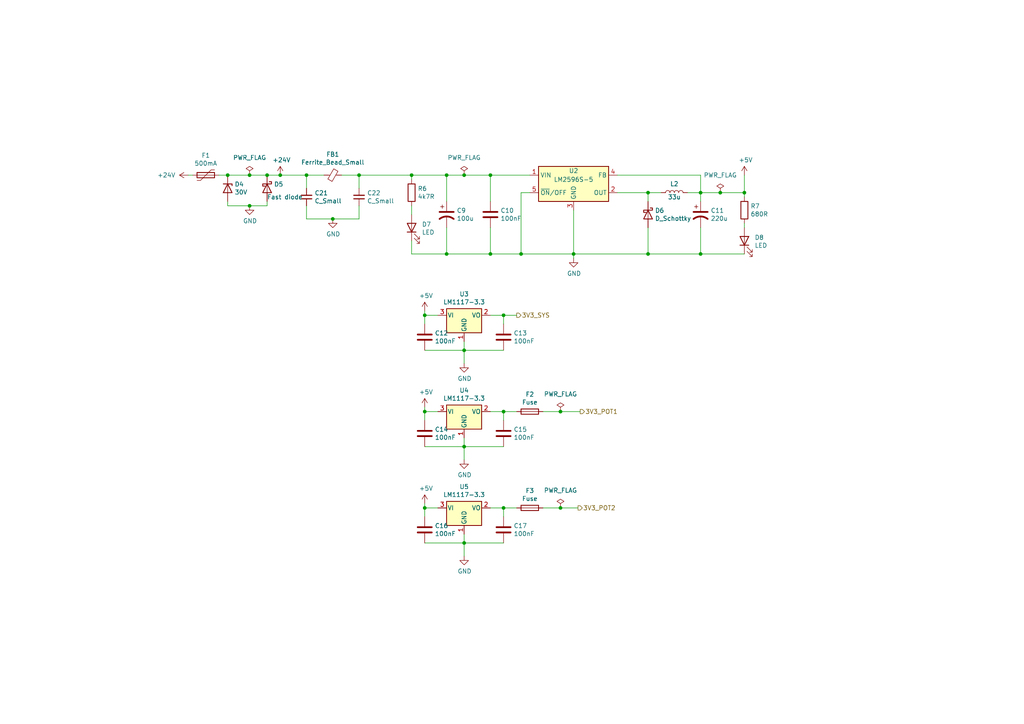
<source format=kicad_sch>
(kicad_sch (version 20211123) (generator eeschema)
  (paper "A4")
  (lib_symbols
    (symbol "Device:C" (pin_numbers hide) (pin_names (offset 0.254))
      (property "Reference" "C" (at 0.635 2.54 0))
      (property "Value" "C" (at 0.635 -2.54 0))
      (symbol "C_0_1"
        (polyline (pts (xy -2.032 -0.762) (xy 2.032 -0.762)) (stroke (width 0.508)))
        (polyline (pts (xy -2.032 0.762) (xy 2.032 0.762)) (stroke (width 0.508)))
      )
      (symbol "C_1_1"
        (pin passive line (at 0 3.81 270) (length 2.794) (name "~") (number "1"))
        (pin passive line (at 0 -3.81 90) (length 2.794) (name "~") (number "2"))
      )
    )
    (symbol "Device:CP1" (pin_numbers hide) (pin_names (offset 0.254) hide)
      (property "Reference" "C" (at 0.635 2.54 0))
      (property "Value" "Device_CP1" (at 0.635 -2.54 0))
      (symbol "CP1_0_1"
        (polyline (pts (xy -2.032 0.762) (xy 2.032 0.762)) (stroke (width 0.508)))
        (polyline (pts (xy -1.778 2.286) (xy -0.762 2.286)))
        (polyline (pts (xy -1.27 1.778) (xy -1.27 2.794)))
        (arc (start 2.032 -1.27) (mid 0 -0.5572) (end -2.032 -1.27) (stroke (width 0.508)))
      )
      (symbol "CP1_1_1"
        (pin passive line (at 0 3.81 270) (length 2.794) (name "~") (number "1"))
        (pin passive line (at 0 -3.81 90) (length 3.302) (name "~") (number "2"))
      )
    )
    (symbol "Device:C_Small" (pin_numbers hide) (pin_names (offset 0.254) hide)
      (property "Reference" "C" (at 0.254 1.778 0))
      (property "Value" "C_Small" (at 0.254 -2.032 0))
      (symbol "C_Small_0_1"
        (polyline (pts (xy -1.524 -0.508) (xy 1.524 -0.508)) (stroke (width 0.3302)))
        (polyline (pts (xy -1.524 0.508) (xy 1.524 0.508)) (stroke (width 0.3048)))
      )
      (symbol "C_Small_1_1"
        (pin passive line (at 0 2.54 270) (length 2.032) (name "~") (number "1"))
        (pin passive line (at 0 -2.54 90) (length 2.032) (name "~") (number "2"))
      )
    )
    (symbol "Device:D_Schottky" (pin_numbers hide) (pin_names (offset 1.016) hide)
      (property "Reference" "D" (at 0 2.54 0))
      (property "Value" "D_Schottky" (at 0 -2.54 0))
      (symbol "D_Schottky_0_1"
        (polyline (pts (xy 1.27 0) (xy -1.27 0)))
        (polyline (pts (xy 1.27 1.27) (xy 1.27 -1.27) (xy -1.27 0) (xy 1.27 1.27)) (stroke (width 0.254)))
        (polyline (pts (xy -1.905 0.635) (xy -1.905 1.27) (xy -1.27 1.27) (xy -1.27 -1.27) (xy -0.635 -1.27) (xy -0.635 -0.635)) (stroke (width 0.254)))
      )
      (symbol "D_Schottky_1_1"
        (pin passive line (at -3.81 0 0) (length 2.54) (name "K") (number "1"))
        (pin passive line (at 3.81 0 180) (length 2.54) (name "A") (number "2"))
      )
    )
    (symbol "Device:D_Zener" (pin_numbers hide) (pin_names (offset 1.016) hide)
      (property "Reference" "D" (at 0 2.54 0))
      (property "Value" "D_Zener" (at 0 -2.54 0))
      (symbol "D_Zener_0_1"
        (polyline (pts (xy 1.27 0) (xy -1.27 0)))
        (polyline (pts (xy -1.27 -1.27) (xy -1.27 1.27) (xy -0.762 1.27)) (stroke (width 0.254)))
        (polyline (pts (xy 1.27 -1.27) (xy 1.27 1.27) (xy -1.27 0) (xy 1.27 -1.27)) (stroke (width 0.254)))
      )
      (symbol "D_Zener_1_1"
        (pin passive line (at -3.81 0 0) (length 2.54) (name "K") (number "1"))
        (pin passive line (at 3.81 0 180) (length 2.54) (name "A") (number "2"))
      )
    )
    (symbol "Device:Ferrite_Bead_Small" (pin_numbers hide) (pin_names (offset 0))
      (property "Reference" "FB" (at 1.905 1.27 0))
      (property "Value" "Device_Ferrite_Bead_Small" (at 1.905 -1.27 0))
      (symbol "Ferrite_Bead_Small_0_1"
        (polyline (pts (xy 0 -1.27) (xy 0 -0.7874)))
        (polyline (pts (xy 0 0.889) (xy 0 1.2954)))
        (polyline (pts (xy -1.8288 0.2794) (xy -1.1176 1.4986) (xy 1.8288 -0.2032) (xy 1.1176 -1.4224) (xy -1.8288 0.2794)))
      )
      (symbol "Ferrite_Bead_Small_1_1"
        (pin passive line (at 0 2.54 270) (length 1.27) (name "~") (number "1"))
        (pin passive line (at 0 -2.54 90) (length 1.27) (name "~") (number "2"))
      )
    )
    (symbol "Device:Fuse" (pin_numbers hide) (pin_names (offset 0))
      (property "Reference" "F" (at 2.032 0 90))
      (property "Value" "Fuse" (at -1.905 0 90))
      (symbol "Fuse_0_1"
        (rectangle (start -0.762 -2.54) (end 0.762 2.54) (stroke (width 0.254)))
        (polyline (pts (xy 0 2.54) (xy 0 -2.54)))
      )
      (symbol "Fuse_1_1"
        (pin passive line (at 0 3.81 270) (length 1.27) (name "~") (number "1"))
        (pin passive line (at 0 -3.81 90) (length 1.27) (name "~") (number "2"))
      )
    )
    (symbol "Device:L" (pin_numbers hide) (pin_names (offset 1.016) hide)
      (property "Reference" "L" (at -1.27 0 90))
      (property "Value" "L" (at 1.905 0 90))
      (symbol "L_0_1"
        (arc (start 0 -2.54) (mid 0.635 -1.905) (end 0 -1.27))
        (arc (start 0 -1.27) (mid 0.635 -0.635) (end 0 0))
        (arc (start 0 0) (mid 0.635 0.635) (end 0 1.27))
        (arc (start 0 1.27) (mid 0.635 1.905) (end 0 2.54))
      )
      (symbol "L_1_1"
        (pin passive line (at 0 3.81 270) (length 1.27) (name "1") (number "1"))
        (pin passive line (at 0 -3.81 90) (length 1.27) (name "2") (number "2"))
      )
    )
    (symbol "Device:LED" (pin_numbers hide) (pin_names (offset 1.016) hide)
      (property "Reference" "D" (at 0 2.54 0))
      (property "Value" "LED" (at 0 -2.54 0))
      (symbol "LED_0_1"
        (polyline (pts (xy -1.27 -1.27) (xy -1.27 1.27)) (stroke (width 0.254)))
        (polyline (pts (xy -1.27 0) (xy 1.27 0)))
        (polyline (pts (xy 1.27 -1.27) (xy 1.27 1.27) (xy -1.27 0) (xy 1.27 -1.27)) (stroke (width 0.254)))
        (polyline (pts (xy -3.048 -0.762) (xy -4.572 -2.286) (xy -3.81 -2.286) (xy -4.572 -2.286) (xy -4.572 -1.524)))
        (polyline (pts (xy -1.778 -0.762) (xy -3.302 -2.286) (xy -2.54 -2.286) (xy -3.302 -2.286) (xy -3.302 -1.524)))
      )
      (symbol "LED_1_1"
        (pin passive line (at -3.81 0 0) (length 2.54) (name "K") (number "1"))
        (pin passive line (at 3.81 0 180) (length 2.54) (name "A") (number "2"))
      )
    )
    (symbol "Device:Polyfuse" (pin_numbers hide) (pin_names (offset 0))
      (property "Reference" "F" (at -2.54 0 90))
      (property "Value" "Polyfuse" (at 2.54 0 90))
      (symbol "Polyfuse_0_1"
        (rectangle (start -0.762 2.54) (end 0.762 -2.54) (stroke (width 0.254)))
        (polyline (pts (xy 0 2.54) (xy 0 -2.54)))
        (polyline (pts (xy -1.524 2.54) (xy -1.524 1.524) (xy 1.524 -1.524) (xy 1.524 -2.54)))
      )
      (symbol "Polyfuse_1_1"
        (pin passive line (at 0 3.81 270) (length 1.27) (name "~") (number "1"))
        (pin passive line (at 0 -3.81 90) (length 1.27) (name "~") (number "2"))
      )
    )
    (symbol "Device:R" (pin_numbers hide) (pin_names (offset 0))
      (property "Reference" "R" (at 2.032 0 90))
      (property "Value" "R" (at 0 0 90))
      (symbol "R_0_1"
        (rectangle (start -1.016 -2.54) (end 1.016 2.54) (stroke (width 0.254)))
      )
      (symbol "R_1_1"
        (pin passive line (at 0 3.81 270) (length 1.27) (name "~") (number "1"))
        (pin passive line (at 0 -3.81 90) (length 1.27) (name "~") (number "2"))
      )
    )
    (symbol "Regulator_Linear:LM1117-3.3" (pin_names (offset 0.254))
      (property "Reference" "U" (at -3.81 3.175 0))
      (property "Value" "LM1117-3.3" (at 0 3.175 0))
      (symbol "LM1117-3.3_0_1"
        (rectangle (start -5.08 -5.08) (end 5.08 1.905) (stroke (width 0.254)) (fill (type background)))
      )
      (symbol "LM1117-3.3_1_1"
        (pin power_in line (at 0 -7.62 90) (length 2.54) (name "GND") (number "1"))
        (pin power_out line (at 7.62 0 180) (length 2.54) (name "VO") (number "2"))
        (pin power_in line (at -7.62 0 0) (length 2.54) (name "VI") (number "3"))
      )
    )
    (symbol "Regulator_Switching:LM2596S-5"
      (property "Reference" "U" (at -10.16 6.35 0))
      (property "Value" "LM2596S-5" (at 0 6.35 0))
      (symbol "LM2596S-5_0_1"
        (rectangle (start -10.16 5.08) (end 10.16 -5.08) (stroke (width 0.254)) (fill (type background)))
      )
      (symbol "LM2596S-5_1_1"
        (pin power_in line (at -12.7 2.54 0) (length 2.54) (name "VIN") (number "1"))
        (pin output line (at 12.7 -2.54 180) (length 2.54) (name "OUT") (number "2"))
        (pin power_in line (at 0 -7.62 90) (length 2.54) (name "GND") (number "3"))
        (pin input line (at 12.7 2.54 180) (length 2.54) (name "FB") (number "4"))
        (pin input line (at -12.7 -2.54 0) (length 2.54) (name "~{ON}/OFF") (number "5"))
      )
    )
    (symbol "power:+24V" (power) (pin_names (offset 0))
      (property "Value" "+24V" (at 0 3.556 0))
      (symbol "+24V_0_1"
        (polyline (pts (xy -0.762 1.27) (xy 0 2.54)))
        (polyline (pts (xy 0 0) (xy 0 2.54)))
        (polyline (pts (xy 0 2.54) (xy 0.762 1.27)))
      )
      (symbol "+24V_1_1"
        (pin power_in line (at 0 0 90) (length 0) hide (name "+24V") (number "1"))
      )
    )
    (symbol "power:+5V" (power) (pin_names (offset 0))
      (property "Value" "+5V" (at 0 3.556 0))
      (symbol "+5V_0_1"
        (polyline (pts (xy -0.762 1.27) (xy 0 2.54)))
        (polyline (pts (xy 0 0) (xy 0 2.54)))
        (polyline (pts (xy 0 2.54) (xy 0.762 1.27)))
      )
      (symbol "+5V_1_1"
        (pin power_in line (at 0 0 90) (length 0) hide (name "+5V") (number "1"))
      )
    )
    (symbol "power:GND" (power) (pin_names (offset 0))
      (property "Value" "GND" (at 0 -3.81 0))
      (symbol "GND_0_1"
        (polyline (pts (xy 0 0) (xy 0 -1.27) (xy 1.27 -1.27) (xy 0 -2.54) (xy -1.27 -1.27) (xy 0 -1.27)))
      )
      (symbol "GND_1_1"
        (pin power_in line (at 0 0 270) (length 0) hide (name "GND") (number "1"))
      )
    )
    (symbol "power:PWR_FLAG" (power) (pin_numbers hide) (pin_names (offset 0) hide)
      (property "Value" "PWR_FLAG" (at 0 3.81 0))
      (symbol "PWR_FLAG_0_0"
        (pin power_out line (at 0 0 90) (length 0) (name "pwr") (number "1"))
      )
      (symbol "PWR_FLAG_0_1"
        (polyline (pts (xy 0 0) (xy 0 1.27) (xy -1.016 1.905) (xy 0 2.54) (xy 1.016 1.905) (xy 0 1.27)))
      )
    )
  )
  (junction (at 123.19 119.38))
  (junction (at 88.9 50.8))
  (junction (at 162.56 147.32))
  (junction (at 134.62 101.6))
  (junction (at 123.19 91.44))
  (junction (at 203.2 55.88))
  (junction (at 96.52 63.5))
  (junction (at 142.24 50.8))
  (junction (at 146.05 147.32))
  (junction (at 146.05 119.38))
  (junction (at 134.62 50.8))
  (junction (at 66.04 50.8))
  (junction (at 142.24 73.66))
  (junction (at 134.62 157.48))
  (junction (at 187.96 55.88))
  (junction (at 72.39 50.8))
  (junction (at 151.13 73.66))
  (junction (at 146.05 91.44))
  (junction (at 162.56 119.38))
  (junction (at 203.2 73.66))
  (junction (at 81.28 50.8))
  (junction (at 77.47 50.8))
  (junction (at 134.62 129.54))
  (junction (at 129.54 50.8))
  (junction (at 129.54 73.66))
  (junction (at 72.39 59.69))
  (junction (at 104.14 50.8))
  (junction (at 123.19 147.32))
  (junction (at 119.38 50.8))
  (junction (at 166.37 73.66))
  (junction (at 208.915 55.88))
  (junction (at 187.96 73.66))
  (junction (at 215.9 55.88))
  (wire (pts (xy 134.62 154.94) (xy 134.62 157.48)))
  (wire (pts (xy 146.05 101.6) (xy 134.62 101.6)))
  (wire (pts (xy 88.9 63.5) (xy 96.52 63.5)))
  (wire (pts (xy 134.62 129.54) (xy 134.62 133.35)))
  (wire (pts (xy 149.86 119.38) (xy 146.05 119.38)))
  (wire (pts (xy 151.13 55.88) (xy 151.13 73.66)))
  (wire (pts (xy 123.19 147.32) (xy 123.19 149.86)))
  (wire (pts (xy 123.19 129.54) (xy 134.62 129.54)))
  (wire (pts (xy 129.54 50.8) (xy 129.54 58.42)))
  (wire (pts (xy 215.9 50.8) (xy 215.9 55.88)))
  (wire (pts (xy 162.56 119.38) (xy 168.275 119.38)))
  (wire (pts (xy 187.96 66.04) (xy 187.96 73.66)))
  (wire (pts (xy 166.37 73.66) (xy 187.96 73.66)))
  (wire (pts (xy 187.96 73.66) (xy 203.2 73.66)))
  (wire (pts (xy 66.04 59.69) (xy 72.39 59.69)))
  (wire (pts (xy 149.86 91.44) (xy 146.05 91.44)))
  (wire (pts (xy 127 147.32) (xy 123.19 147.32)))
  (wire (pts (xy 208.915 55.88) (xy 215.9 55.88)))
  (wire (pts (xy 72.39 50.8) (xy 77.47 50.8)))
  (wire (pts (xy 66.04 59.69) (xy 66.04 58.42)))
  (wire (pts (xy 215.9 64.77) (xy 215.9 66.04)))
  (wire (pts (xy 88.9 54.61) (xy 88.9 50.8)))
  (wire (pts (xy 81.28 50.8) (xy 88.9 50.8)))
  (wire (pts (xy 134.62 127) (xy 134.62 129.54)))
  (wire (pts (xy 157.48 119.38) (xy 162.56 119.38)))
  (wire (pts (xy 88.9 59.69) (xy 88.9 63.5)))
  (wire (pts (xy 146.05 157.48) (xy 134.62 157.48)))
  (wire (pts (xy 77.47 50.8) (xy 81.28 50.8)))
  (wire (pts (xy 142.24 50.8) (xy 142.24 58.42)))
  (wire (pts (xy 127 91.44) (xy 123.19 91.44)))
  (wire (pts (xy 104.14 59.69) (xy 104.14 63.5)))
  (wire (pts (xy 123.19 146.05) (xy 123.19 147.32)))
  (wire (pts (xy 179.07 55.88) (xy 187.96 55.88)))
  (wire (pts (xy 187.96 55.88) (xy 187.96 58.42)))
  (wire (pts (xy 149.86 147.32) (xy 146.05 147.32)))
  (wire (pts (xy 123.19 157.48) (xy 134.62 157.48)))
  (wire (pts (xy 142.24 50.8) (xy 134.62 50.8)))
  (wire (pts (xy 215.9 55.88) (xy 215.9 57.15)))
  (wire (pts (xy 151.13 73.66) (xy 166.37 73.66)))
  (wire (pts (xy 63.5 50.8) (xy 66.04 50.8)))
  (wire (pts (xy 142.24 66.04) (xy 142.24 73.66)))
  (wire (pts (xy 166.37 60.96) (xy 166.37 73.66)))
  (wire (pts (xy 134.62 157.48) (xy 134.62 161.29)))
  (wire (pts (xy 119.38 59.69) (xy 119.38 62.23)))
  (wire (pts (xy 54.61 50.8) (xy 55.88 50.8)))
  (wire (pts (xy 142.24 147.32) (xy 146.05 147.32)))
  (wire (pts (xy 146.05 147.32) (xy 146.05 149.86)))
  (wire (pts (xy 104.14 50.8) (xy 119.38 50.8)))
  (wire (pts (xy 203.2 55.88) (xy 208.915 55.88)))
  (wire (pts (xy 203.2 55.88) (xy 199.39 55.88)))
  (wire (pts (xy 123.19 118.11) (xy 123.19 119.38)))
  (wire (pts (xy 134.62 101.6) (xy 134.62 105.41)))
  (wire (pts (xy 134.62 99.06) (xy 134.62 101.6)))
  (wire (pts (xy 142.24 91.44) (xy 146.05 91.44)))
  (wire (pts (xy 162.56 147.32) (xy 167.64 147.32)))
  (wire (pts (xy 129.54 73.66) (xy 142.24 73.66)))
  (wire (pts (xy 215.9 73.66) (xy 203.2 73.66)))
  (wire (pts (xy 96.52 63.5) (xy 104.14 63.5)))
  (wire (pts (xy 66.04 50.8) (xy 72.39 50.8)))
  (wire (pts (xy 123.19 101.6) (xy 134.62 101.6)))
  (wire (pts (xy 153.67 50.8) (xy 142.24 50.8)))
  (wire (pts (xy 203.2 55.88) (xy 203.2 58.42)))
  (wire (pts (xy 166.37 73.66) (xy 166.37 74.93)))
  (wire (pts (xy 142.24 73.66) (xy 151.13 73.66)))
  (wire (pts (xy 191.77 55.88) (xy 187.96 55.88)))
  (wire (pts (xy 99.06 50.8) (xy 104.14 50.8)))
  (wire (pts (xy 119.38 50.8) (xy 119.38 52.07)))
  (wire (pts (xy 179.07 50.8) (xy 203.2 50.8)))
  (wire (pts (xy 146.05 119.38) (xy 146.05 121.92)))
  (wire (pts (xy 104.14 54.61) (xy 104.14 50.8)))
  (wire (pts (xy 146.05 91.44) (xy 146.05 93.98)))
  (wire (pts (xy 134.62 50.8) (xy 129.54 50.8)))
  (wire (pts (xy 127 119.38) (xy 123.19 119.38)))
  (wire (pts (xy 119.38 69.85) (xy 119.38 73.66)))
  (wire (pts (xy 153.67 55.88) (xy 151.13 55.88)))
  (wire (pts (xy 203.2 73.66) (xy 203.2 66.04)))
  (wire (pts (xy 123.19 90.17) (xy 123.19 91.44)))
  (wire (pts (xy 203.2 50.8) (xy 203.2 55.88)))
  (wire (pts (xy 157.48 147.32) (xy 162.56 147.32)))
  (wire (pts (xy 123.19 119.38) (xy 123.19 121.92)))
  (wire (pts (xy 119.38 50.8) (xy 129.54 50.8)))
  (wire (pts (xy 77.47 58.42) (xy 77.47 59.69)))
  (wire (pts (xy 119.38 73.66) (xy 129.54 73.66)))
  (wire (pts (xy 146.05 129.54) (xy 134.62 129.54)))
  (wire (pts (xy 123.19 91.44) (xy 123.19 93.98)))
  (wire (pts (xy 72.39 59.69) (xy 77.47 59.69)))
  (wire (pts (xy 142.24 119.38) (xy 146.05 119.38)))
  (wire (pts (xy 129.54 66.04) (xy 129.54 73.66)))
  (wire (pts (xy 88.9 50.8) (xy 93.98 50.8)))
  (hierarchical_label "3V3_POT1" (shape output) (at 168.275 119.38 0))
  (hierarchical_label "3V3_POT2" (shape output) (at 167.64 147.32 0))
  (hierarchical_label "3V3_SYS" (shape output) (at 149.86 91.44 0))
  (symbol (lib_id "Regulator_Switching:LM2596S-5") (at 166.37 53.34 0) (unit 1)
    (property "Reference" "U2" (at 166.37 49.53 0))
    (property "Value" "LM2596S-5" (at 166.37 52.07 0))
    (property "Footprint" "Package_TO_SOT_SMD:TO-263-5_TabPin3" (effects hide))
    (property "Datasheet" "http://www.ti.com/lit/ds/symlink/lm2596.pdf" (effects hide))
  )
  (symbol (lib_id "power:+5V") (at 215.9 50.8 0) (unit 1)
    (property "Reference" "#PWR010" (effects hide))
    (property "Value" "+5V" (at 216.281 46.4058 0))
  )
  (symbol (lib_id "power:GND") (at 166.37 74.93 0) (unit 1)
    (property "Reference" "#PWR012" (effects hide))
    (property "Value" "GND" (at 166.497 79.3242 0))
  )
  (symbol (lib_id "power:GND") (at 134.62 105.41 0) (unit 1)
    (property "Reference" "#PWR014" (effects hide))
    (property "Value" "GND" (at 134.747 109.8042 0))
  )
  (symbol (lib_id "power:+5V") (at 123.19 90.17 0) (unit 1)
    (property "Reference" "#PWR013" (effects hide))
    (property "Value" "+5V" (at 123.571 85.7758 0))
  )
  (symbol (lib_id "Regulator_Linear:LM1117-3.3") (at 134.62 91.44 0) (unit 1)
    (property "Reference" "U3" (at 134.62 85.2932 0))
    (property "Value" "LM1117-3.3" (at 134.62 87.6046 0))
    (property "Footprint" "Package_TO_SOT_SMD:SOT-223-3_TabPin2" (effects hide))
    (property "Datasheet" "http://www.ti.com/lit/ds/symlink/lm1117.pdf" (effects hide))
  )
  (symbol (lib_id "Device:C") (at 146.05 97.79 0) (unit 1)
    (property "Reference" "C13" (at 148.971 96.6216 0) (effects (justify left)))
    (property "Value" "100nF" (at 148.971 98.933 0) (effects (justify left)))
    (property "Footprint" "Capacitor_SMD:C_0603_1608Metric_Pad1.08x0.95mm_HandSolder" (effects hide))
  )
  (symbol (lib_id "Device:C") (at 123.19 97.79 0) (unit 1)
    (property "Reference" "C12" (at 126.111 96.6216 0) (effects (justify left)))
    (property "Value" "100nF" (at 126.111 98.933 0) (effects (justify left)))
    (property "Footprint" "Capacitor_SMD:C_0603_1608Metric_Pad1.08x0.95mm_HandSolder" (effects hide))
  )
  (symbol (lib_id "Device:C") (at 142.24 62.23 0) (unit 1)
    (property "Reference" "C10" (at 145.161 61.0616 0) (effects (justify left)))
    (property "Value" "100nF" (at 145.161 63.373 0) (effects (justify left)))
    (property "Footprint" "Capacitor_SMD:C_0603_1608Metric_Pad1.08x0.95mm_HandSolder" (effects hide))
  )
  (symbol (lib_id "Device:CP1") (at 129.54 62.23 0) (unit 1)
    (property "Reference" "C9" (at 132.461 61.0616 0) (effects (justify left)))
    (property "Value" "100u" (at 132.461 63.373 0) (effects (justify left)))
    (property "Footprint" "Capacitor_SMD:CP_Elec_6.3x7.7" (effects hide))
  )
  (symbol (lib_id "Device:CP1") (at 203.2 62.23 0) (unit 1)
    (property "Reference" "C11" (at 206.121 61.0616 0) (effects (justify left)))
    (property "Value" "220u" (at 206.121 63.373 0) (effects (justify left)))
    (property "Footprint" "Capacitor_SMD:CP_Elec_6.3x7.7" (effects hide))
  )
  (symbol (lib_id "Device:D_Schottky") (at 187.96 62.23 270) (unit 1)
    (property "Reference" "D6" (at 189.9666 61.0616 90) (effects (justify left)))
    (property "Value" "D_Schottky" (at 189.9666 63.373 90) (effects (justify left)))
    (property "Footprint" "Diode_SMD:D_SMB" (effects hide))
  )
  (symbol (lib_id "Device:LED") (at 119.38 66.04 90) (unit 1)
    (property "Reference" "D7" (at 122.3518 65.0748 90) (effects (justify right)))
    (property "Value" "LED" (at 122.3518 67.3862 90) (effects (justify right)))
    (property "Footprint" "LED_SMD:LED_0603_1608Metric_Pad1.05x0.95mm_HandSolder" (effects hide))
  )
  (symbol (lib_id "Device:R") (at 119.38 55.88 0) (unit 1)
    (property "Reference" "R6" (at 121.158 54.7116 0) (effects (justify left)))
    (property "Value" "4k7R" (at 121.158 57.023 0) (effects (justify left)))
    (property "Footprint" "Resistor_SMD:R_0603_1608Metric_Pad0.98x0.95mm_HandSolder" (effects hide))
  )
  (symbol (lib_id "Device:LED") (at 215.9 69.85 90) (unit 1)
    (property "Reference" "D8" (at 218.8718 68.8848 90) (effects (justify right)))
    (property "Value" "LED" (at 218.8718 71.1962 90) (effects (justify right)))
    (property "Footprint" "LED_SMD:LED_0603_1608Metric_Pad1.05x0.95mm_HandSolder" (effects hide))
  )
  (symbol (lib_id "Device:R") (at 215.9 60.96 0) (unit 1)
    (property "Reference" "R7" (at 217.678 59.7916 0) (effects (justify left)))
    (property "Value" "680R" (at 217.678 62.103 0) (effects (justify left)))
    (property "Footprint" "Resistor_SMD:R_0603_1608Metric_Pad0.98x0.95mm_HandSolder" (effects hide))
  )
  (symbol (lib_id "Device:L") (at 195.58 55.88 90) (unit 1)
    (property "Reference" "L2" (at 195.58 53.34 90))
    (property "Value" "33u" (at 195.58 57.15 90))
    (property "Footprint" "Inductor_SMD:L_12x12mm_H8mm" (effects hide))
  )
  (symbol (lib_id "Device:Polyfuse") (at 59.69 50.8 270) (unit 1)
    (property "Reference" "F1" (at 59.69 45.085 90))
    (property "Value" "500mA" (at 59.69 47.3964 90))
    (property "Footprint" "Fuse:Fuse_2010_5025Metric" (effects hide))
  )
  (symbol (lib_id "Device:D_Zener") (at 66.04 54.61 270) (unit 1)
    (property "Reference" "D4" (at 68.0466 53.4416 90) (effects (justify left)))
    (property "Value" "30V" (at 68.0466 55.753 90) (effects (justify left)))
    (property "Footprint" "Diode_SMD:D_SMB" (effects hide))
  )
  (symbol (lib_id "Device:D_Schottky") (at 77.47 54.61 270) (unit 1)
    (property "Reference" "D5" (at 79.4766 53.4416 90) (effects (justify left)))
    (property "Value" "Fast diode" (at 77.47 57.15 90) (effects (justify left)))
    (property "Footprint" "Diode_SMD:D_SMB" (effects hide))
  )
  (symbol (lib_id "power:GND") (at 72.39 59.69 0) (unit 1)
    (property "Reference" "#PWR011" (effects hide))
    (property "Value" "GND" (at 72.517 64.0842 0))
  )
  (symbol (lib_id "power:GND") (at 134.62 133.35 0) (unit 1)
    (property "Reference" "#PWR016" (effects hide))
    (property "Value" "GND" (at 134.747 137.7442 0))
  )
  (symbol (lib_id "power:+5V") (at 123.19 118.11 0) (unit 1)
    (property "Reference" "#PWR015" (effects hide))
    (property "Value" "+5V" (at 123.571 113.7158 0))
  )
  (symbol (lib_id "Regulator_Linear:LM1117-3.3") (at 134.62 119.38 0) (unit 1)
    (property "Reference" "U4" (at 134.62 113.2332 0))
    (property "Value" "LM1117-3.3" (at 134.62 115.5446 0))
    (property "Footprint" "Package_TO_SOT_SMD:SOT-223-3_TabPin2" (effects hide))
    (property "Datasheet" "http://www.ti.com/lit/ds/symlink/lm1117.pdf" (effects hide))
  )
  (symbol (lib_id "Device:C") (at 146.05 125.73 0) (unit 1)
    (property "Reference" "C15" (at 148.971 124.5616 0) (effects (justify left)))
    (property "Value" "100nF" (at 148.971 126.873 0) (effects (justify left)))
    (property "Footprint" "Capacitor_SMD:C_0603_1608Metric_Pad1.08x0.95mm_HandSolder" (effects hide))
  )
  (symbol (lib_id "Device:C") (at 123.19 125.73 0) (unit 1)
    (property "Reference" "C14" (at 126.111 124.5616 0) (effects (justify left)))
    (property "Value" "100nF" (at 126.111 126.873 0) (effects (justify left)))
    (property "Footprint" "Capacitor_SMD:C_0603_1608Metric_Pad1.08x0.95mm_HandSolder" (effects hide))
  )
  (symbol (lib_id "power:GND") (at 134.62 161.29 0) (unit 1)
    (property "Reference" "#PWR018" (effects hide))
    (property "Value" "GND" (at 134.747 165.6842 0))
  )
  (symbol (lib_id "power:+5V") (at 123.19 146.05 0) (unit 1)
    (property "Reference" "#PWR017" (effects hide))
    (property "Value" "+5V" (at 123.571 141.6558 0))
  )
  (symbol (lib_id "Regulator_Linear:LM1117-3.3") (at 134.62 147.32 0) (unit 1)
    (property "Reference" "U5" (at 134.62 141.1732 0))
    (property "Value" "LM1117-3.3" (at 134.62 143.4846 0))
    (property "Footprint" "Package_TO_SOT_SMD:SOT-223-3_TabPin2" (effects hide))
    (property "Datasheet" "http://www.ti.com/lit/ds/symlink/lm1117.pdf" (effects hide))
  )
  (symbol (lib_id "Device:C") (at 146.05 153.67 0) (unit 1)
    (property "Reference" "C17" (at 148.971 152.5016 0) (effects (justify left)))
    (property "Value" "100nF" (at 148.971 154.813 0) (effects (justify left)))
    (property "Footprint" "Capacitor_SMD:C_0603_1608Metric_Pad1.08x0.95mm_HandSolder" (effects hide))
  )
  (symbol (lib_id "Device:C") (at 123.19 153.67 0) (unit 1)
    (property "Reference" "C16" (at 126.111 152.5016 0) (effects (justify left)))
    (property "Value" "100nF" (at 126.111 154.813 0) (effects (justify left)))
    (property "Footprint" "Capacitor_SMD:C_0603_1608Metric_Pad1.08x0.95mm_HandSolder" (effects hide))
  )
  (symbol (lib_id "Device:Fuse") (at 153.67 119.38 270) (unit 1)
    (property "Reference" "F2" (at 153.67 114.3762 90))
    (property "Value" "Fuse" (at 153.67 116.6876 90))
    (property "Footprint" "Fuse:Fuse_2010_5025Metric" (effects hide))
  )
  (symbol (lib_id "Device:Fuse") (at 153.67 147.32 270) (unit 1)
    (property "Reference" "F3" (at 153.67 142.3162 90))
    (property "Value" "Fuse" (at 153.67 144.6276 90))
    (property "Footprint" "Fuse:Fuse_2010_5025Metric" (effects hide))
  )
  (symbol (lib_id "power:+24V") (at 81.28 50.8 0) (unit 1)
    (property "Reference" "#PWR09" (effects hide))
    (property "Value" "+24V" (at 81.661 46.4058 0))
  )
  (symbol (lib_id "Device:C_Small") (at 88.9 57.15 180) (unit 1)
    (property "Reference" "C21" (at 91.2368 55.9816 0) (effects (justify right)))
    (property "Value" "C_Small" (at 91.2368 58.293 0) (effects (justify right)))
    (property "Footprint" "Capacitor_SMD:C_0603_1608Metric_Pad1.08x0.95mm_HandSolder" (effects hide))
  )
  (symbol (lib_id "Device:Ferrite_Bead_Small") (at 96.52 50.8 270) (unit 1)
    (property "Reference" "FB1" (at 96.52 44.7802 90))
    (property "Value" "Ferrite_Bead_Small" (at 96.52 47.0916 90))
    (property "Footprint" "Inductor_SMD:L_0805_2012Metric" (effects hide))
  )
  (symbol (lib_id "Device:C_Small") (at 104.14 57.15 180) (unit 1)
    (property "Reference" "C22" (at 106.4768 55.9816 0) (effects (justify right)))
    (property "Value" "C_Small" (at 106.4768 58.293 0) (effects (justify right)))
    (property "Footprint" "Capacitor_SMD:C_0603_1608Metric_Pad1.08x0.95mm_HandSolder" (effects hide))
  )
  (symbol (lib_id "power:GND") (at 96.52 63.5 0) (unit 1)
    (property "Reference" "#PWR0104" (effects hide))
    (property "Value" "GND" (at 96.647 67.8942 0))
  )
  (symbol (lib_id "power:+24V") (at 54.61 50.8 90) (unit 1)
    (property "Reference" "#PWR0112" (effects hide))
    (property "Value" "+24V" (at 48.26 50.8 90))
  )
  (symbol (lib_id "power:PWR_FLAG") (at 134.62 50.8 0) (unit 1)
    (property "Reference" "#FLG0102" (effects hide))
    (property "Value" "PWR_FLAG" (at 134.62 45.72 0))
  )
  (symbol (lib_id "power:PWR_FLAG") (at 162.56 147.32 0) (unit 1)
    (property "Reference" "#FLG0107" (effects hide))
    (property "Value" "PWR_FLAG" (at 162.56 142.24 0))
  )
  (symbol (lib_id "power:PWR_FLAG") (at 162.56 119.38 0) (unit 1)
    (property "Reference" "#FLG0106" (effects hide))
    (property "Value" "PWR_FLAG" (at 162.56 114.3 0))
  )
  (symbol (lib_id "power:PWR_FLAG") (at 72.39 50.8 0) (unit 1)
    (property "Reference" "#FLG0104" (effects hide))
    (property "Value" "PWR_FLAG" (at 72.39 45.72 0))
  )
  (symbol (lib_id "power:PWR_FLAG") (at 208.915 55.88 0) (unit 1)
    (property "Reference" "#FLG0103" (effects hide))
    (property "Value" "PWR_FLAG" (at 208.915 50.8 0))
  )
)
</source>
